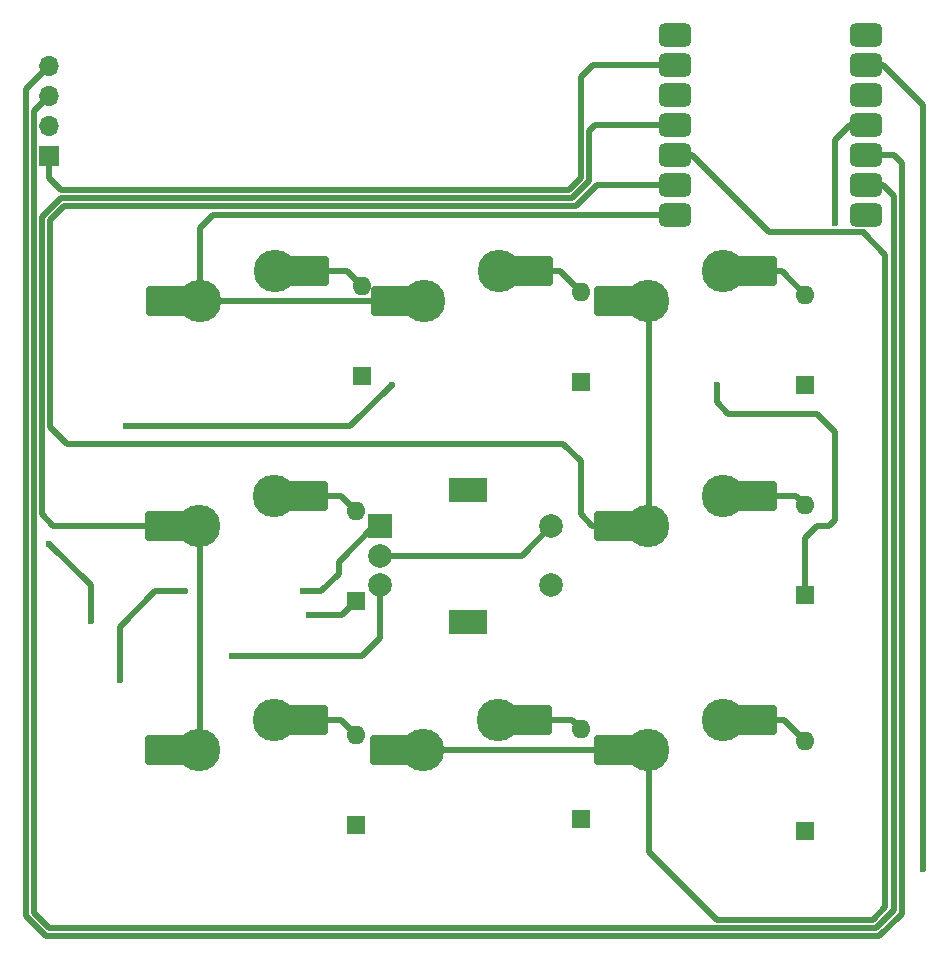
<source format=gbr>
%TF.GenerationSoftware,KiCad,Pcbnew,8.0.6*%
%TF.CreationDate,2024-10-30T00:35:20-04:00*%
%TF.ProjectId,MyHackpad,4d794861-636b-4706-9164-2e6b69636164,rev?*%
%TF.SameCoordinates,Original*%
%TF.FileFunction,Copper,L2,Bot*%
%TF.FilePolarity,Positive*%
%FSLAX46Y46*%
G04 Gerber Fmt 4.6, Leading zero omitted, Abs format (unit mm)*
G04 Created by KiCad (PCBNEW 8.0.6) date 2024-10-30 00:35:20*
%MOMM*%
%LPD*%
G01*
G04 APERTURE LIST*
G04 Aperture macros list*
%AMRoundRect*
0 Rectangle with rounded corners*
0 $1 Rounding radius*
0 $2 $3 $4 $5 $6 $7 $8 $9 X,Y pos of 4 corners*
0 Add a 4 corners polygon primitive as box body*
4,1,4,$2,$3,$4,$5,$6,$7,$8,$9,$2,$3,0*
0 Add four circle primitives for the rounded corners*
1,1,$1+$1,$2,$3*
1,1,$1+$1,$4,$5*
1,1,$1+$1,$6,$7*
1,1,$1+$1,$8,$9*
0 Add four rect primitives between the rounded corners*
20,1,$1+$1,$2,$3,$4,$5,0*
20,1,$1+$1,$4,$5,$6,$7,0*
20,1,$1+$1,$6,$7,$8,$9,0*
20,1,$1+$1,$8,$9,$2,$3,0*%
G04 Aperture macros list end*
%TA.AperFunction,SMDPad,CuDef*%
%ADD10RoundRect,0.250000X-1.525000X-1.000000X1.525000X-1.000000X1.525000X1.000000X-1.525000X1.000000X0*%
%TD*%
%TA.AperFunction,ComponentPad*%
%ADD11C,3.600000*%
%TD*%
%TA.AperFunction,ComponentPad*%
%ADD12R,1.600000X1.600000*%
%TD*%
%TA.AperFunction,ComponentPad*%
%ADD13O,1.600000X1.600000*%
%TD*%
%TA.AperFunction,ComponentPad*%
%ADD14R,2.000000X2.000000*%
%TD*%
%TA.AperFunction,ComponentPad*%
%ADD15C,2.000000*%
%TD*%
%TA.AperFunction,ComponentPad*%
%ADD16R,3.200000X2.000000*%
%TD*%
%TA.AperFunction,ComponentPad*%
%ADD17R,1.700000X1.700000*%
%TD*%
%TA.AperFunction,ComponentPad*%
%ADD18O,1.700000X1.700000*%
%TD*%
%TA.AperFunction,SMDPad,CuDef*%
%ADD19RoundRect,0.500000X0.875000X0.500000X-0.875000X0.500000X-0.875000X-0.500000X0.875000X-0.500000X0*%
%TD*%
%TA.AperFunction,ComponentPad*%
%ADD20C,1.600000*%
%TD*%
%TA.AperFunction,ViaPad*%
%ADD21C,0.600000*%
%TD*%
%TA.AperFunction,Conductor*%
%ADD22C,0.500000*%
%TD*%
G04 APERTURE END LIST*
D10*
%TO.P,K6,1,1*%
%TO.N,COL3*%
X45415000Y-75460000D03*
D11*
X48190000Y-75460000D03*
%TO.P,K6,2,2*%
%TO.N,Net-(D6-A)*%
X54540000Y-72920000D03*
D10*
X57320000Y-72920000D03*
%TD*%
D12*
%TO.P,D1,1,K*%
%TO.N,ROW1*%
X43000000Y-43810000D03*
D13*
%TO.P,D1,2,A*%
%TO.N,Net-(D1-A)*%
X43000000Y-36190000D03*
%TD*%
D12*
%TO.P,D6,1,K*%
%TO.N,ROW2*%
X61500000Y-81310000D03*
D13*
%TO.P,D6,2,A*%
%TO.N,Net-(D6-A)*%
X61500000Y-73690000D03*
%TD*%
D10*
%TO.P,K5,1,1*%
%TO.N,COL3*%
X64415000Y-75460000D03*
D11*
X67190000Y-75460000D03*
%TO.P,K5,2,2*%
%TO.N,Net-(D5-A)*%
X73540000Y-72920000D03*
D10*
X76320000Y-72920000D03*
%TD*%
D14*
%TO.P,SW1,A,A*%
%TO.N,ROTA1*%
X44500000Y-56500000D03*
D15*
%TO.P,SW1,B,B*%
%TO.N,ROTB1*%
X44500000Y-61500000D03*
%TO.P,SW1,C,C*%
%TO.N,GND*%
X44500000Y-59000000D03*
D16*
%TO.P,SW1,MP*%
%TO.N,N/C*%
X52000000Y-53400000D03*
X52000000Y-64600000D03*
D15*
%TO.P,SW1,S1,S1*%
%TO.N,ROTSW1*%
X59000000Y-61500000D03*
%TO.P,SW1,S2,S2*%
%TO.N,GND*%
X59000000Y-56500000D03*
%TD*%
D12*
%TO.P,D4,1,K*%
%TO.N,ROW2*%
X80500000Y-62310000D03*
D13*
%TO.P,D4,2,A*%
%TO.N,Net-(D4-A)*%
X80500000Y-54690000D03*
%TD*%
D10*
%TO.P,K7,1,1*%
%TO.N,COL4*%
X26415000Y-75460000D03*
D11*
X29190000Y-75460000D03*
%TO.P,K7,2,2*%
%TO.N,Net-(D7-A)*%
X35540000Y-72920000D03*
D10*
X38320000Y-72920000D03*
%TD*%
D12*
%TO.P,D3,1,K*%
%TO.N,ROW1*%
X80500000Y-44500000D03*
D13*
%TO.P,D3,2,A*%
%TO.N,Net-(D3-A)*%
X80500000Y-36880000D03*
%TD*%
D17*
%TO.P,J1,1,GND*%
%TO.N,GND*%
X16500000Y-25120000D03*
D18*
%TO.P,J1,2,VCC*%
%TO.N,+3V3R*%
X16500000Y-22580000D03*
%TO.P,J1,3,SCL*%
%TO.N,SCL*%
X16500000Y-20040000D03*
%TO.P,J1,4,SDA*%
%TO.N,SDA*%
X16500000Y-17500000D03*
%TD*%
D12*
%TO.P,D8,1,K*%
%TO.N,ROW2*%
X42500000Y-62810000D03*
D13*
%TO.P,D8,2,A*%
%TO.N,Net-(D8-A)*%
X42500000Y-55190000D03*
%TD*%
D10*
%TO.P,K4,1,1*%
%TO.N,COL2*%
X64415000Y-56460000D03*
D11*
X67190000Y-56460000D03*
%TO.P,K4,2,2*%
%TO.N,Net-(D4-A)*%
X73540000Y-53920000D03*
D10*
X76320000Y-53920000D03*
%TD*%
%TO.P,K1,1,1*%
%TO.N,COL1*%
X26495000Y-37460000D03*
D11*
X29270000Y-37460000D03*
%TO.P,K1,2,2*%
%TO.N,Net-(D1-A)*%
X35620000Y-34920000D03*
D10*
X38400000Y-34920000D03*
%TD*%
D12*
%TO.P,D5,1,K*%
%TO.N,ROW1*%
X80500000Y-82310000D03*
D13*
%TO.P,D5,2,A*%
%TO.N,Net-(D5-A)*%
X80500000Y-74690000D03*
%TD*%
D12*
%TO.P,D2,1,K*%
%TO.N,ROW2*%
X61500000Y-44310000D03*
D13*
%TO.P,D2,2,A*%
%TO.N,unconnected-(D2-A-Pad2)*%
X61500000Y-36690000D03*
%TD*%
D10*
%TO.P,K8,1,1*%
%TO.N,COL4*%
X26415000Y-56460000D03*
D11*
X29190000Y-56460000D03*
%TO.P,K8,2,2*%
%TO.N,Net-(D8-A)*%
X35540000Y-53920000D03*
D10*
X38320000Y-53920000D03*
%TD*%
D12*
%TO.P,D7,1,K*%
%TO.N,ROW1*%
X42500000Y-81810000D03*
D13*
%TO.P,D7,2,A*%
%TO.N,Net-(D7-A)*%
X42500000Y-74190000D03*
%TD*%
D10*
%TO.P,K2,1,1*%
%TO.N,unconnected-(K2-Pad1)*%
X45495000Y-37460000D03*
D11*
X48270000Y-37460000D03*
%TO.P,K2,2,2*%
%TO.N,unconnected-(K2-Pad2)*%
X54620000Y-34920000D03*
D10*
X57400000Y-34920000D03*
%TD*%
%TO.P,K3,1,1*%
%TO.N,COL2*%
X64415000Y-37460000D03*
D11*
X67190000Y-37460000D03*
%TO.P,K3,2,2*%
%TO.N,Net-(D3-A)*%
X73540000Y-34920000D03*
D10*
X76320000Y-34920000D03*
%TD*%
D19*
%TO.P,U2,1,PA02_A0_D0*%
%TO.N,ROTSW1*%
X85685000Y-14880000D03*
D12*
X85240000Y-14880000D03*
D19*
%TO.P,U2,2,PA4_A1_D1*%
%TO.N,ROTA1*%
X85685000Y-17420000D03*
D20*
X85240000Y-17420000D03*
D19*
%TO.P,U2,3,PA10_A2_D2*%
%TO.N,ROTB1*%
X85685000Y-19960000D03*
D20*
X85240000Y-19960000D03*
D19*
%TO.P,U2,4,PA11_A3_D3*%
%TO.N,ROW1*%
X85685000Y-22500000D03*
D20*
X85240000Y-22500000D03*
D19*
%TO.P,U2,5,PA8_A4_D4_SDA*%
%TO.N,SDA*%
X85685000Y-25040000D03*
D20*
X85240000Y-25040000D03*
D19*
%TO.P,U2,6,PA9_A5_D5_SCL*%
%TO.N,SCL*%
X85685000Y-27580000D03*
D20*
X85240000Y-27580000D03*
D19*
%TO.P,U2,7,PB08_A6_D6_TX*%
%TO.N,ROW2*%
X85685000Y-30120000D03*
D20*
X85240000Y-30120000D03*
%TO.P,U2,8,PB09_A7_D7_RX*%
%TO.N,COL1*%
X70000000Y-30120000D03*
D19*
X69520000Y-30120000D03*
D20*
%TO.P,U2,9,PA7_A8_D8_SCK*%
%TO.N,COL2*%
X70000000Y-27580000D03*
D19*
X69520000Y-27580000D03*
D20*
%TO.P,U2,10,PA5_A9_D9_MISO*%
%TO.N,COL3*%
X70000000Y-25040000D03*
D19*
X69520000Y-25040000D03*
D20*
%TO.P,U2,11,PA6_A10_D10_MOSI*%
%TO.N,COL4*%
X70000000Y-22500000D03*
D19*
X69520000Y-22500000D03*
D20*
%TO.P,U2,12,3V3*%
%TO.N,unconnected-(U2-3V3-Pad12)*%
X70000000Y-19960000D03*
D19*
X69520000Y-19960000D03*
D20*
%TO.P,U2,13,GND*%
%TO.N,GND*%
X70000000Y-17420000D03*
D19*
X69520000Y-17420000D03*
D20*
%TO.P,U2,14,5V*%
%TO.N,VCC*%
X70000000Y-14880000D03*
D19*
X69520000Y-14880000D03*
%TD*%
D21*
%TO.N,ROW1*%
X83000000Y-30820000D03*
%TO.N,ROTA1*%
X28000000Y-62000000D03*
X38000000Y-62000000D03*
X90500000Y-85500000D03*
X22500000Y-69500000D03*
%TO.N,ROTB1*%
X16500000Y-58000000D03*
X32000000Y-67500000D03*
X20000000Y-64500000D03*
%TO.N,ROW2*%
X45500000Y-44500000D03*
X23000000Y-48000000D03*
X73000000Y-44500000D03*
X38500000Y-64000000D03*
%TD*%
D22*
%TO.N,*%
X54620000Y-34920000D02*
X59730000Y-34920000D01*
X59730000Y-34920000D02*
X61500000Y-36690000D01*
%TO.N,ROW1*%
X83000000Y-23810000D02*
X83000000Y-30820000D01*
X85685000Y-22500000D02*
X84310000Y-22500000D01*
X84310000Y-22500000D02*
X83000000Y-23810000D01*
%TO.N,Net-(D1-A)*%
X35620000Y-34920000D02*
X41730000Y-34920000D01*
X41730000Y-34920000D02*
X43000000Y-36190000D01*
%TO.N,Net-(D3-A)*%
X78540000Y-34920000D02*
X80500000Y-36880000D01*
X73540000Y-34920000D02*
X78540000Y-34920000D01*
%TO.N,Net-(D4-A)*%
X73540000Y-53920000D02*
X79730000Y-53920000D01*
X79730000Y-53920000D02*
X80500000Y-54690000D01*
%TO.N,Net-(D5-A)*%
X78730000Y-72920000D02*
X80500000Y-74690000D01*
X73540000Y-72920000D02*
X78730000Y-72920000D01*
%TO.N,Net-(D6-A)*%
X60730000Y-72920000D02*
X61500000Y-73690000D01*
X54540000Y-72920000D02*
X60730000Y-72920000D01*
%TO.N,Net-(D7-A)*%
X41230000Y-72920000D02*
X42500000Y-74190000D01*
X35540000Y-72920000D02*
X41230000Y-72920000D01*
X35540000Y-72920000D02*
X38320000Y-72920000D01*
%TO.N,Net-(D8-A)*%
X35540000Y-53920000D02*
X41230000Y-53920000D01*
X41230000Y-53920000D02*
X42500000Y-55190000D01*
%TO.N,SDA*%
X88700000Y-25700000D02*
X88040000Y-25040000D01*
X14500000Y-89489950D02*
X16210050Y-91200000D01*
X86789950Y-91200000D02*
X88700000Y-89289950D01*
X88040000Y-25040000D02*
X85240000Y-25040000D01*
X88700000Y-89289950D02*
X88700000Y-25700000D01*
X16210050Y-91200000D02*
X86789950Y-91200000D01*
X14500000Y-19500000D02*
X14500000Y-89489950D01*
X16500000Y-17500000D02*
X14500000Y-19500000D01*
%TO.N,GND*%
X61500000Y-18500000D02*
X62580000Y-17420000D01*
X61500000Y-27000000D02*
X61500000Y-18500000D01*
X16500000Y-27000000D02*
X17500000Y-28000000D01*
X56500000Y-59000000D02*
X44500000Y-59000000D01*
X60500000Y-28000000D02*
X61500000Y-27000000D01*
X59000000Y-56500000D02*
X56500000Y-59000000D01*
X62580000Y-17420000D02*
X69520000Y-17420000D01*
X17500000Y-28000000D02*
X60500000Y-28000000D01*
X16500000Y-25120000D02*
X16500000Y-27000000D01*
%TO.N,SCL*%
X87060000Y-27580000D02*
X85685000Y-27580000D01*
X16500000Y-20040000D02*
X15200000Y-21340000D01*
X15200000Y-89200000D02*
X16500000Y-90500000D01*
X15200000Y-21340000D02*
X15200000Y-89200000D01*
X86500000Y-90500000D02*
X88000000Y-89000000D01*
X88000000Y-28520000D02*
X87060000Y-27580000D01*
X16500000Y-90500000D02*
X86500000Y-90500000D01*
X88000000Y-89000000D02*
X88000000Y-28520000D01*
%TO.N,COL1*%
X29270000Y-37460000D02*
X48270000Y-37460000D01*
X29270000Y-31230000D02*
X29270000Y-37460000D01*
X70000000Y-30120000D02*
X30380000Y-30120000D01*
X30380000Y-30120000D02*
X29270000Y-31230000D01*
%TO.N,COL2*%
X62899900Y-27580000D02*
X61079900Y-29400000D01*
X60000000Y-49500000D02*
X61500000Y-51000000D01*
X64415000Y-56460000D02*
X67190000Y-56460000D01*
X17789950Y-29400000D02*
X16600000Y-30589950D01*
X69520000Y-27580000D02*
X62899900Y-27580000D01*
X67190000Y-37460000D02*
X67295000Y-37565000D01*
X18000000Y-49500000D02*
X60000000Y-49500000D01*
X16600000Y-30589950D02*
X16600000Y-48100000D01*
X16600000Y-48100000D02*
X18000000Y-49500000D01*
X62460000Y-56460000D02*
X64415000Y-56460000D01*
X61079900Y-29400000D02*
X17789950Y-29400000D01*
X67295000Y-37565000D02*
X67295000Y-56355000D01*
X67295000Y-56355000D02*
X67190000Y-56460000D01*
X61500000Y-51000000D02*
X61500000Y-55500000D01*
X61500000Y-55500000D02*
X62460000Y-56460000D01*
%TO.N,ROTA1*%
X38000000Y-62000000D02*
X39500000Y-62000000D01*
X41000000Y-60500000D02*
X41000000Y-59500000D01*
X85685000Y-17420000D02*
X87060000Y-17420000D01*
X90500000Y-20860000D02*
X90500000Y-85500000D01*
X41000000Y-59500000D02*
X44000000Y-56500000D01*
X25500000Y-62000000D02*
X28000000Y-62000000D01*
X22500000Y-69500000D02*
X22500000Y-65000000D01*
X39500000Y-62000000D02*
X41000000Y-60500000D01*
X22500000Y-65000000D02*
X25500000Y-62000000D01*
X87060000Y-17420000D02*
X90500000Y-20860000D01*
X44000000Y-56500000D02*
X44500000Y-56500000D01*
%TO.N,ROTB1*%
X43000000Y-67500000D02*
X32000000Y-67500000D01*
X20000000Y-61500000D02*
X16500000Y-58000000D01*
X20000000Y-64500000D02*
X20000000Y-61500000D01*
X44500000Y-61500000D02*
X44500000Y-66000000D01*
X44500000Y-66000000D02*
X43000000Y-67500000D01*
%TO.N,ROW2*%
X82500000Y-56500000D02*
X81500000Y-56500000D01*
X81500000Y-47000000D02*
X83000000Y-48500000D01*
X73000000Y-44500000D02*
X73000000Y-46000000D01*
X73000000Y-46000000D02*
X74000000Y-47000000D01*
X80500000Y-57500000D02*
X80500000Y-62310000D01*
X42000000Y-48000000D02*
X23000000Y-48000000D01*
X83000000Y-56000000D02*
X82500000Y-56500000D01*
X38500000Y-64000000D02*
X41310000Y-64000000D01*
X83000000Y-48500000D02*
X83000000Y-56000000D01*
X41310000Y-64000000D02*
X42500000Y-62810000D01*
X74000000Y-47000000D02*
X81500000Y-47000000D01*
X45500000Y-44500000D02*
X42000000Y-48000000D01*
X81500000Y-56500000D02*
X80500000Y-57500000D01*
%TO.N,COL3*%
X62500000Y-75460000D02*
X67190000Y-75460000D01*
X86210050Y-89800000D02*
X87300000Y-88710050D01*
X87300000Y-33500000D02*
X85500000Y-31700000D01*
X48190000Y-75460000D02*
X64415000Y-75460000D01*
X87300000Y-88710050D02*
X87300000Y-33500000D01*
X67190000Y-75460000D02*
X67295000Y-75565000D01*
X70895000Y-25040000D02*
X69520000Y-25040000D01*
X85500000Y-31570000D02*
X77425000Y-31570000D01*
X67295000Y-84095000D02*
X73000000Y-89800000D01*
X62500000Y-75460000D02*
X64415000Y-75460000D01*
X77425000Y-31570000D02*
X70895000Y-25040000D01*
X73000000Y-89800000D02*
X86210050Y-89800000D01*
X67295000Y-75565000D02*
X67295000Y-84095000D01*
X85500000Y-31700000D02*
X85500000Y-31570000D01*
%TO.N,COL4*%
X15900000Y-30300000D02*
X15900000Y-55500000D01*
X62700000Y-22500000D02*
X62200000Y-23000000D01*
X60789950Y-28700000D02*
X17500000Y-28700000D01*
X17500000Y-28700000D02*
X15900000Y-30300000D01*
X62200000Y-27289950D02*
X60789950Y-28700000D01*
X69520000Y-22500000D02*
X62700000Y-22500000D01*
X16860000Y-56460000D02*
X29190000Y-56460000D01*
X29190000Y-75460000D02*
X29295000Y-75355000D01*
X29295000Y-75355000D02*
X29295000Y-56565000D01*
X62200000Y-23000000D02*
X62200000Y-27289950D01*
X29295000Y-56565000D02*
X29190000Y-56460000D01*
X15900000Y-55500000D02*
X16860000Y-56460000D01*
%TD*%
M02*

</source>
